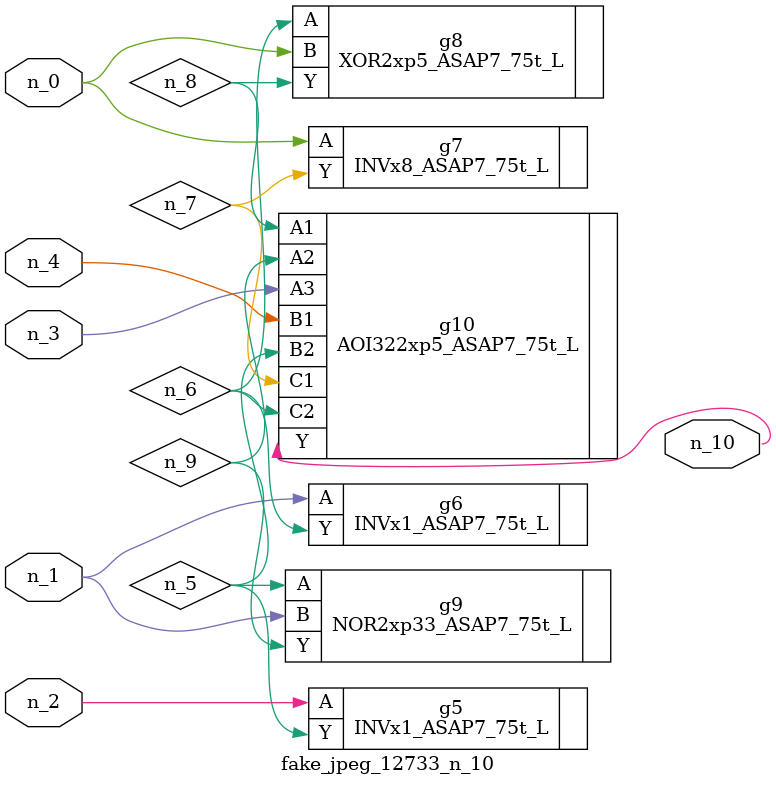
<source format=v>
module fake_jpeg_12733_n_10 (n_3, n_2, n_1, n_0, n_4, n_10);

input n_3;
input n_2;
input n_1;
input n_0;
input n_4;

output n_10;

wire n_8;
wire n_9;
wire n_6;
wire n_5;
wire n_7;

INVx1_ASAP7_75t_L g5 ( 
.A(n_2),
.Y(n_5)
);

INVx1_ASAP7_75t_L g6 ( 
.A(n_1),
.Y(n_6)
);

INVx8_ASAP7_75t_L g7 ( 
.A(n_0),
.Y(n_7)
);

XOR2xp5_ASAP7_75t_L g8 ( 
.A(n_6),
.B(n_0),
.Y(n_8)
);

AOI322xp5_ASAP7_75t_L g10 ( 
.A1(n_8),
.A2(n_9),
.A3(n_3),
.B1(n_4),
.B2(n_5),
.C1(n_7),
.C2(n_6),
.Y(n_10)
);

NOR2xp33_ASAP7_75t_L g9 ( 
.A(n_5),
.B(n_1),
.Y(n_9)
);


endmodule
</source>
